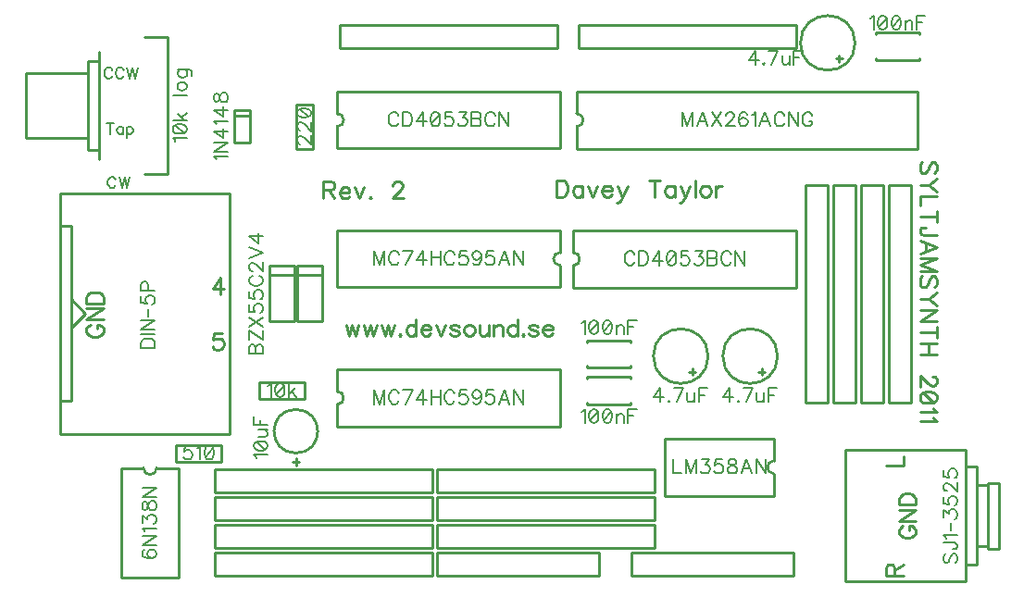
<source format=gbr>
G04 DipTrace 2.2.0.9*
%INTopSilk.gbr*%
%MOMM*%
%ADD10C,0.25*%
%ADD69C,0.196*%
%ADD70C,0.235*%
%ADD71C,0.157*%
%FSLAX53Y53*%
%SFA1B1*%
%OFA0B0*%
G04*
G71*
G90*
G75*
G01*
%LNTopSilk*%
%LPD*%
X46967Y20533D2*
D10*
Y20713D1*
Y22853D2*
Y23033D1*
X50965Y22853D2*
Y23033D1*
Y20533D2*
Y20713D1*
X46967Y23033D2*
X50965D1*
X46967Y20533D2*
X50965D1*
X53015Y21590D2*
G02X53015Y21590I2500J0D01*
G01*
X56555Y20450D2*
Y19850D1*
X56855Y20150D2*
X56255D1*
X46967Y17194D2*
Y17374D1*
Y19514D2*
Y19694D1*
X50965Y19514D2*
Y19694D1*
Y17194D2*
Y17374D1*
X46967Y19694D2*
X50965D1*
X46967Y17194D2*
X50965D1*
X59365Y21590D2*
G02X59365Y21590I2500J0D01*
G01*
X62905Y20450D2*
Y19850D1*
X63205Y20150D2*
X62605D1*
X66458Y50244D2*
G02X66458Y50244I2500J0D01*
G01*
X69998Y49104D2*
Y48504D1*
X70298Y48804D2*
X69698D1*
X77367Y51176D2*
Y50996D1*
Y48856D2*
Y48676D1*
X73369Y48856D2*
Y48676D1*
Y51176D2*
Y50996D1*
X77367Y48676D2*
X73369D1*
X77367Y51176D2*
X73369D1*
X20320Y16720D2*
G02X20320Y16720I0J-2000D01*
G01*
X20620Y11920D2*
X20020D1*
X20320Y11620D2*
Y12220D1*
X17900Y29887D2*
X20200D1*
Y24783D1*
X17900Y29039D2*
X20200D1*
X17900Y24783D2*
X20200D1*
X17900Y29887D2*
Y24783D1*
X20440Y29887D2*
X22740D1*
Y24783D1*
X20440Y29039D2*
X22740D1*
X20440Y24783D2*
X22740D1*
X20440Y29887D2*
Y24783D1*
X16129Y44073D2*
Y41163D1*
X14717Y44073D2*
Y41163D1*
X16129Y44073D2*
X14717D1*
Y41163D2*
X16129D1*
X16123Y43618D2*
X14723D1*
X33240Y3590D2*
X48040D1*
Y1490D1*
X33240D1*
Y3590D1*
X51020D2*
X65820D1*
Y1490D1*
X51020D1*
Y3590D1*
X46184Y51850D2*
X66084D1*
Y49750D1*
X46184D1*
Y51850D1*
X24340D2*
X44240D1*
Y49750D1*
X24340D1*
Y51850D1*
X70605Y985D2*
X81605D1*
Y12985D1*
X70605D1*
Y985D1*
X81605Y2485D2*
X82604D1*
Y11485D1*
X81605D1*
Y2485D1*
X83605Y3985D2*
X84605D1*
Y9985D1*
X83605D1*
Y3985D1*
X82604Y4185D2*
X83605D1*
Y9785D1*
X82604D1*
Y4185D1*
X-1230Y14480D2*
X14270D1*
Y36480D1*
X-1230D1*
Y14480D1*
Y17481D2*
X-229D1*
Y33479D1*
X-1230D1*
Y17481D1*
X1069Y25480D2*
X-229Y24180D1*
X1069Y25480D2*
X-229Y26780D1*
X17014Y19177D2*
Y17653D1*
X21086Y19177D2*
X17014D1*
X21086D2*
Y17653D1*
X17014D1*
X20383Y40570D2*
X21907D1*
X20383Y44642D2*
Y40570D1*
Y44642D2*
X21907D1*
Y40570D1*
X13466Y11938D2*
Y13462D1*
X9394Y11938D2*
X13466D1*
X9394D2*
Y13462D1*
X13466D1*
X33230Y11210D2*
X53130D1*
Y9110D1*
X33230D1*
Y11210D1*
X12910Y8670D2*
X32810D1*
Y6570D1*
X12910D1*
Y8670D1*
X33230D2*
X53130D1*
Y6570D1*
X33230D1*
Y8670D1*
X12910Y6130D2*
X32810D1*
Y4030D1*
X12910D1*
Y6130D1*
Y3590D2*
X32810D1*
Y1490D1*
X12910D1*
Y3590D1*
X64055Y8830D2*
X54055D1*
Y14030D2*
Y8830D1*
X64055Y14030D2*
X54055D1*
X64055D2*
Y12030D1*
Y8830D2*
Y10830D1*
Y12030D2*
G03X64055Y10830I0J-600D01*
G01*
X24090Y20370D2*
X44490D1*
Y15170D2*
Y20370D1*
X24090Y15170D2*
X44490D1*
X24090D2*
Y17170D1*
Y20370D2*
Y18370D1*
Y17170D2*
G03X24090Y18370I0J600D01*
G01*
X45995Y45780D2*
X77195D1*
Y40580D2*
Y45780D1*
X45995Y40580D2*
X77195D1*
X45995D2*
Y42580D1*
Y45780D2*
Y43780D1*
Y42580D2*
G03X45995Y43780I-1J600D01*
G01*
X12910Y11210D2*
X32810D1*
Y9110D1*
X12910D1*
Y11210D1*
X33230Y6130D2*
X53130D1*
Y4030D1*
X33230D1*
Y6130D1*
X71535Y37255D2*
X69435D1*
Y17355D1*
X71535D1*
Y37255D1*
X71975Y17355D2*
X74075D1*
Y37255D1*
X71975D1*
Y17355D1*
X66895D2*
X68995D1*
Y37255D1*
X66895D1*
Y17355D1*
X74515D2*
X76615D1*
Y37255D1*
X74515D1*
Y17355D1*
X24090Y45790D2*
X44490D1*
Y40590D2*
Y45790D1*
X24090Y40590D2*
X44490D1*
X24090D2*
Y42590D1*
Y45790D2*
Y43790D1*
Y42590D2*
G03X24090Y43790I0J600D01*
G01*
X44490Y27890D2*
X24090D1*
Y33090D2*
Y27890D1*
X44490Y33090D2*
X24090D1*
X44490D2*
Y31090D1*
Y27890D2*
Y29890D1*
Y31090D2*
G03X44490Y29890I0J-600D01*
G01*
X45680Y33070D2*
X66080D1*
Y27870D2*
Y33070D1*
X45680Y27870D2*
X66080D1*
X45680D2*
Y29870D1*
Y33070D2*
Y31070D1*
Y29870D2*
G03X45680Y31070I0J600D01*
G01*
X9585Y11350D2*
Y1350D1*
X4385D2*
X9585D1*
X4385Y11350D2*
Y1350D1*
Y11350D2*
X6385D1*
X9585D2*
X7585D1*
X6385D2*
G03X7585Y11350I600J0D01*
G01*
X8632Y38261D2*
X6507D1*
X8632Y50763D2*
X6457D1*
X8632Y38261D2*
Y50763D1*
X2357Y39612D2*
Y49412D1*
X1332Y41512D2*
X-4378D1*
Y47512D1*
X1332D1*
Y41512D1*
X2333Y40412D2*
X1332D1*
X2333Y48612D2*
X1332D1*
Y40412D2*
Y48612D1*
X46449Y24649D2*
D69*
X46571Y24710D1*
D2*
X46754Y24891D1*
D2*
Y23617D1*
X47511Y24891D2*
X47329Y24831D1*
D2*
X47206Y24649D1*
D2*
X47146Y24345D1*
D2*
Y24163D1*
D2*
X47206Y23860D1*
D2*
X47329Y23677D1*
D2*
X47511Y23617D1*
D2*
X47632D1*
D2*
X47814Y23677D1*
D2*
X47935Y23860D1*
D2*
X47997Y24163D1*
D2*
Y24345D1*
D2*
X47935Y24649D1*
D2*
X47814Y24831D1*
D2*
X47632Y24891D1*
D2*
X47511D1*
X47935Y24649D2*
X47206Y23860D1*
X48754Y24891D2*
X48572Y24831D1*
D2*
X48449Y24649D1*
D2*
X48389Y24345D1*
D2*
Y24163D1*
D2*
X48449Y23860D1*
D2*
X48572Y23677D1*
D2*
X48754Y23617D1*
D2*
X48875D1*
D2*
X49057Y23677D1*
D2*
X49178Y23860D1*
D2*
X49240Y24163D1*
D2*
Y24345D1*
D2*
X49178Y24649D1*
D2*
X49057Y24831D1*
D2*
X48875Y24891D1*
D2*
X48754D1*
X49178Y24649D2*
X48449Y23860D1*
X49632Y24468D2*
Y23617D1*
Y24225D2*
X49814Y24407D1*
D2*
X49937Y24468D1*
D2*
X50118D1*
D2*
X50240Y24407D1*
D2*
X50300Y24225D1*
D2*
Y23617D1*
X51483Y24893D2*
X50692D1*
D2*
Y23617D1*
Y24285D2*
X51178D1*
X53667Y17383D2*
Y18658D1*
D2*
X53059Y17809D1*
D2*
X53970D1*
X54423Y17505D2*
X54363Y17444D1*
D2*
X54423Y17383D1*
D2*
X54485Y17444D1*
D2*
X54423Y17505D1*
X55120Y17383D2*
X55728Y18658D1*
D2*
X54877D1*
X56120Y18234D2*
Y17626D1*
D2*
X56180Y17445D1*
D2*
X56302Y17383D1*
D2*
X56485D1*
D2*
X56605Y17445D1*
D2*
X56788Y17626D1*
Y18234D2*
Y17383D1*
X57970Y18659D2*
X57180D1*
D2*
Y17383D1*
Y18051D2*
X57666D1*
X46449Y16519D2*
X46571Y16581D1*
D2*
X46754Y16762D1*
D2*
Y15487D1*
X47511Y16762D2*
X47329Y16701D1*
D2*
X47206Y16519D1*
D2*
X47146Y16216D1*
D2*
Y16033D1*
D2*
X47206Y15730D1*
D2*
X47329Y15548D1*
D2*
X47511Y15487D1*
D2*
X47632D1*
D2*
X47814Y15548D1*
D2*
X47935Y15730D1*
D2*
X47997Y16033D1*
D2*
Y16216D1*
D2*
X47935Y16519D1*
D2*
X47814Y16701D1*
D2*
X47632Y16762D1*
D2*
X47511D1*
X47935Y16519D2*
X47206Y15730D1*
X48754Y16762D2*
X48572Y16701D1*
D2*
X48449Y16519D1*
D2*
X48389Y16216D1*
D2*
Y16033D1*
D2*
X48449Y15730D1*
D2*
X48572Y15548D1*
D2*
X48754Y15487D1*
D2*
X48875D1*
D2*
X49057Y15548D1*
D2*
X49178Y15730D1*
D2*
X49240Y16033D1*
D2*
Y16216D1*
D2*
X49178Y16519D1*
D2*
X49057Y16701D1*
D2*
X48875Y16762D1*
D2*
X48754D1*
X49178Y16519D2*
X48449Y15730D1*
X49632Y16338D2*
Y15487D1*
Y16095D2*
X49814Y16278D1*
D2*
X49937Y16338D1*
D2*
X50118D1*
D2*
X50240Y16278D1*
D2*
X50300Y16095D1*
D2*
Y15487D1*
X51483Y16763D2*
X50692D1*
D2*
Y15487D1*
Y16155D2*
X51178D1*
X60017Y17383D2*
Y18658D1*
D2*
X59409Y17809D1*
D2*
X60320D1*
X60773Y17505D2*
X60713Y17444D1*
D2*
X60773Y17383D1*
D2*
X60835Y17444D1*
D2*
X60773Y17505D1*
X61470Y17383D2*
X62078Y18658D1*
D2*
X61227D1*
X62470Y18234D2*
Y17626D1*
D2*
X62530Y17445D1*
D2*
X62652Y17383D1*
D2*
X62835D1*
D2*
X62955Y17445D1*
D2*
X63138Y17626D1*
Y18234D2*
Y17383D1*
X64320Y18659D2*
X63530D1*
D2*
Y17383D1*
Y18051D2*
X64016D1*
X62348Y48248D2*
Y49522D1*
D2*
X61740Y48673D1*
D2*
X62651D1*
X63104Y48370D2*
X63044Y48308D1*
D2*
X63104Y48248D1*
D2*
X63166Y48308D1*
D2*
X63104Y48370D1*
X63801Y48248D2*
X64409Y49522D1*
D2*
X63558D1*
X64801Y49098D2*
Y48491D1*
D2*
X64861Y48309D1*
D2*
X64983Y48248D1*
D2*
X65166D1*
D2*
X65286Y48309D1*
D2*
X65469Y48491D1*
Y49098D2*
Y48248D1*
X66651Y49524D2*
X65861D1*
D2*
Y48248D1*
Y48916D2*
X66347D1*
X72851Y52475D2*
X72973Y52536D1*
D2*
X73156Y52717D1*
D2*
Y51443D1*
X73913Y52717D2*
X73731Y52657D1*
D2*
X73608Y52475D1*
D2*
X73548Y52171D1*
D2*
Y51989D1*
D2*
X73608Y51686D1*
D2*
X73731Y51503D1*
D2*
X73913Y51443D1*
D2*
X74034D1*
D2*
X74216Y51503D1*
D2*
X74337Y51686D1*
D2*
X74399Y51989D1*
D2*
Y52171D1*
D2*
X74337Y52475D1*
D2*
X74216Y52657D1*
D2*
X74034Y52717D1*
D2*
X73913D1*
X74337Y52475D2*
X73608Y51686D1*
X75156Y52717D2*
X74974Y52657D1*
D2*
X74851Y52475D1*
D2*
X74791Y52171D1*
D2*
Y51989D1*
D2*
X74851Y51686D1*
D2*
X74974Y51503D1*
D2*
X75156Y51443D1*
D2*
X75277D1*
D2*
X75459Y51503D1*
D2*
X75580Y51686D1*
D2*
X75642Y51989D1*
D2*
Y52171D1*
D2*
X75580Y52475D1*
D2*
X75459Y52657D1*
D2*
X75277Y52717D1*
D2*
X75156D1*
X75580Y52475D2*
X74851Y51686D1*
X76034Y52294D2*
Y51443D1*
Y52051D2*
X76216Y52233D1*
D2*
X76339Y52294D1*
D2*
X76520D1*
D2*
X76642Y52233D1*
D2*
X76702Y52051D1*
D2*
Y51443D1*
X77885Y52719D2*
X77094D1*
D2*
Y51443D1*
Y52111D2*
X77580D1*
X16704Y12275D2*
X16643Y12397D1*
D2*
X16462Y12579D1*
D2*
X17736D1*
X16462Y13337D2*
X16522Y13154D1*
D2*
X16704Y13032D1*
D2*
X17008Y12972D1*
D2*
X17190D1*
D2*
X17493Y13032D1*
D2*
X17676Y13154D1*
D2*
X17736Y13337D1*
D2*
Y13457D1*
D2*
X17676Y13640D1*
D2*
X17493Y13761D1*
D2*
X17190Y13822D1*
D2*
X17008D1*
D2*
X16704Y13761D1*
D2*
X16522Y13640D1*
D2*
X16462Y13457D1*
D2*
Y13337D1*
X16704Y13761D2*
X17493Y13032D1*
X16886Y14214D2*
X17493D1*
D2*
X17674Y14275D1*
D2*
X17736Y14397D1*
D2*
Y14579D1*
D2*
X17674Y14700D1*
D2*
X17493Y14883D1*
X16886D2*
X17736D1*
X16460Y16065D2*
Y15275D1*
D2*
X17736D1*
X17068D2*
Y15761D1*
X16040Y21817D2*
X17316D1*
D2*
Y22365D1*
D2*
X17254Y22547D1*
D2*
X17194Y22608D1*
D2*
X17073Y22668D1*
D2*
X16891D1*
D2*
X16769Y22608D1*
D2*
X16708Y22547D1*
D2*
X16648Y22365D1*
D2*
X16586Y22547D1*
D2*
X16526Y22608D1*
D2*
X16405Y22668D1*
D2*
X16283D1*
D2*
X16162Y22608D1*
D2*
X16101Y22547D1*
D2*
X16040Y22365D1*
D2*
Y21817D1*
X16648D2*
Y22365D1*
X16040Y23060D2*
Y23911D1*
D2*
X17316Y23060D1*
D2*
Y23911D1*
X16040Y24303D2*
X17316Y25154D1*
X16040D2*
X17316Y24303D1*
X16042Y26275D2*
Y25668D1*
D2*
X16588Y25608D1*
D2*
X16527Y25668D1*
D2*
X16466Y25851D1*
D2*
Y26032D1*
D2*
X16527Y26214D1*
D2*
X16648Y26336D1*
D2*
X16830Y26397D1*
D2*
X16951D1*
D2*
X17134Y26336D1*
D2*
X17256Y26214D1*
D2*
X17316Y26032D1*
D2*
Y25851D1*
D2*
X17256Y25668D1*
D2*
X17194Y25608D1*
D2*
X17073Y25546D1*
X16042Y27518D2*
Y26911D1*
D2*
X16588Y26851D1*
D2*
X16527Y26911D1*
D2*
X16466Y27094D1*
D2*
Y27275D1*
D2*
X16527Y27457D1*
D2*
X16648Y27579D1*
D2*
X16830Y27640D1*
D2*
X16951D1*
D2*
X17134Y27579D1*
D2*
X17256Y27457D1*
D2*
X17316Y27275D1*
D2*
Y27094D1*
D2*
X17256Y26911D1*
D2*
X17194Y26851D1*
D2*
X17073Y26789D1*
X16343Y28943D2*
X16223Y28883D1*
D2*
X16101Y28760D1*
D2*
X16040Y28640D1*
D2*
Y28397D1*
D2*
X16101Y28275D1*
D2*
X16223Y28154D1*
D2*
X16343Y28092D1*
D2*
X16526Y28032D1*
D2*
X16830D1*
D2*
X17012Y28092D1*
D2*
X17134Y28154D1*
D2*
X17254Y28275D1*
D2*
X17316Y28397D1*
D2*
Y28640D1*
D2*
X17254Y28760D1*
D2*
X17134Y28883D1*
D2*
X17012Y28943D1*
X16345Y29397D2*
X16284D1*
D2*
X16162Y29457D1*
D2*
X16102Y29518D1*
D2*
X16042Y29640D1*
D2*
Y29883D1*
D2*
X16102Y30003D1*
D2*
X16162Y30064D1*
D2*
X16284Y30125D1*
D2*
X16405D1*
D2*
X16527Y30064D1*
D2*
X16708Y29943D1*
D2*
X17316Y29335D1*
D2*
Y30186D1*
X16040Y30578D2*
X17316Y31064D1*
D2*
X16040Y31549D1*
X17316Y32549D2*
X16042D1*
D2*
X16891Y31942D1*
D2*
Y32853D1*
X13057Y39572D2*
X12996Y39694D1*
D2*
X12815Y39876D1*
D2*
X14089D1*
X12813Y41119D2*
X14089D1*
D2*
X12813Y40269D1*
D2*
X14089D1*
Y42119D2*
X12815D1*
D2*
X13664Y41512D1*
D2*
Y42423D1*
X13057Y42815D2*
X12996Y42937D1*
D2*
X12815Y43119D1*
D2*
X14089D1*
Y44119D2*
X12815D1*
D2*
X13664Y43512D1*
D2*
Y44423D1*
X12815Y45118D2*
X12875Y44937D1*
D2*
X12996Y44875D1*
D2*
X13118D1*
D2*
X13239Y44937D1*
D2*
X13300Y45058D1*
D2*
X13361Y45301D1*
D2*
X13421Y45483D1*
D2*
X13543Y45604D1*
D2*
X13664Y45664D1*
D2*
X13846D1*
D2*
X13967Y45604D1*
D2*
X14029Y45543D1*
D2*
X14089Y45361D1*
D2*
Y45118D1*
D2*
X14029Y44937D1*
D2*
X13967Y44875D1*
D2*
X13846Y44815D1*
D2*
X13664D1*
D2*
X13543Y44875D1*
D2*
X13421Y44997D1*
D2*
X13361Y45178D1*
D2*
X13300Y45421D1*
D2*
X13238Y45543D1*
D2*
X13118Y45604D1*
D2*
X12996D1*
D2*
X12875Y45543D1*
D2*
X12815Y45361D1*
D2*
Y45118D1*
X79723Y3529D2*
X79601Y3408D1*
D2*
X79540Y3226D1*
D2*
Y2983D1*
D2*
X79600Y2801D1*
D2*
X79723Y2678D1*
D2*
X79843D1*
D2*
X79965Y2740D1*
D2*
X80026Y2801D1*
D2*
X80086Y2921D1*
D2*
X80208Y3286D1*
D2*
X80269Y3408D1*
D2*
X80331Y3469D1*
D2*
X80451Y3529D1*
D2*
X80634D1*
D2*
X80754Y3408D1*
D2*
X80816Y3226D1*
D2*
Y2983D1*
D2*
X80754Y2801D1*
D2*
X80634Y2678D1*
X79540Y4529D2*
X80512D1*
D2*
X80694Y4469D1*
D2*
X80754Y4407D1*
D2*
X80816Y4286D1*
D2*
Y4164D1*
D2*
X80754Y4043D1*
D2*
X80694Y3983D1*
D2*
X80512Y3921D1*
D2*
X80391D1*
X79784Y4921D2*
X79723Y5043D1*
D2*
X79542Y5226D1*
D2*
X80816D1*
X80179Y5618D2*
Y6320D1*
X79542Y6834D2*
Y7501D1*
D2*
X80027Y7138D1*
D2*
Y7320D1*
D2*
X80088Y7441D1*
D2*
X80148Y7501D1*
D2*
X80330Y7563D1*
D2*
X80451D1*
D2*
X80634Y7501D1*
D2*
X80756Y7380D1*
D2*
X80816Y7198D1*
D2*
Y7015D1*
D2*
X80756Y6834D1*
D2*
X80694Y6774D1*
D2*
X80573Y6712D1*
X79542Y8684D2*
Y8077D1*
D2*
X80088Y8017D1*
D2*
X80027Y8077D1*
D2*
X79966Y8260D1*
D2*
X79965Y8441D1*
D2*
X80027Y8623D1*
D2*
X80148Y8745D1*
D2*
X80330Y8806D1*
D2*
X80451D1*
D2*
X80634Y8745D1*
D2*
X80756Y8623D1*
D2*
X80816Y8441D1*
D2*
Y8260D1*
D2*
X80756Y8077D1*
D2*
X80694Y8017D1*
D2*
X80573Y7955D1*
X79845Y9260D2*
X79784D1*
D2*
X79662Y9320D1*
D2*
X79602Y9380D1*
D2*
X79542Y9503D1*
D2*
Y9745D1*
D2*
X79602Y9866D1*
D2*
X79662Y9927D1*
D2*
X79784Y9988D1*
D2*
X79905D1*
D2*
X80027Y9927D1*
D2*
X80208Y9806D1*
D2*
X80816Y9198D1*
D2*
Y10049D1*
X79542Y11169D2*
Y10563D1*
D2*
X80088Y10503D1*
D2*
X80027Y10563D1*
D2*
X79965Y10745D1*
D2*
Y10927D1*
D2*
X80027Y11109D1*
D2*
X80148Y11231D1*
D2*
X80330Y11292D1*
D2*
X80451D1*
D2*
X80634Y11231D1*
D2*
X80756Y11109D1*
D2*
X80816Y10927D1*
D2*
Y10745D1*
D2*
X80756Y10563D1*
D2*
X80694Y10503D1*
D2*
X80573Y10441D1*
X6155Y22352D2*
X7432D1*
D2*
Y22778D1*
D2*
X7370Y22960D1*
D2*
X7249Y23082D1*
D2*
X7127Y23143D1*
D2*
X6946Y23203D1*
D2*
X6641D1*
D2*
X6459Y23143D1*
D2*
X6338Y23082D1*
D2*
X6216Y22960D1*
D2*
X6155Y22778D1*
D2*
Y22352D1*
Y23595D2*
X7432D1*
X6155Y24838D2*
X7432D1*
D2*
X6155Y23987D1*
D2*
X7432D1*
X6794Y25230D2*
Y25932D1*
X6157Y27053D2*
Y26446D1*
D2*
X6703Y26386D1*
D2*
X6643Y26446D1*
D2*
X6581Y26629D1*
D2*
Y26810D1*
D2*
X6643Y26992D1*
D2*
X6763Y27115D1*
D2*
X6946Y27175D1*
D2*
X7067D1*
D2*
X7249Y27115D1*
D2*
X7371Y26992D1*
D2*
X7432Y26810D1*
D2*
Y26629D1*
D2*
X7371Y26446D1*
D2*
X7309Y26386D1*
D2*
X7189Y26324D1*
X6824Y27567D2*
Y28115D1*
D2*
X6763Y28296D1*
D2*
X6702Y28357D1*
D2*
X6581Y28418D1*
D2*
X6398D1*
D2*
X6278Y28357D1*
D2*
X6216Y28296D1*
D2*
X6155Y28115D1*
D2*
Y27567D1*
D2*
X7432D1*
X17746Y18885D2*
X17868Y18947D1*
D2*
X18051Y19128D1*
D2*
Y17853D1*
X18808Y19128D2*
X18625Y19068D1*
D2*
X18503Y18885D1*
D2*
X18443Y18582D1*
D2*
Y18400D1*
D2*
X18503Y18096D1*
D2*
X18625Y17914D1*
D2*
X18808Y17853D1*
D2*
X18929D1*
D2*
X19111Y17914D1*
D2*
X19232Y18096D1*
D2*
X19294Y18400D1*
D2*
Y18582D1*
D2*
X19232Y18885D1*
D2*
X19111Y19068D1*
D2*
X18929Y19128D1*
D2*
X18808D1*
X19232Y18885D2*
X18503Y18096D1*
X19686Y19130D2*
Y17853D1*
X20294Y18704D2*
X19686Y18096D1*
X19929Y18339D2*
X20354Y17853D1*
X20735Y41000D2*
X20675D1*
D2*
X20553Y41060D1*
D2*
X20492Y41120D1*
D2*
X20432Y41242D1*
D2*
Y41485D1*
D2*
X20492Y41606D1*
D2*
X20553Y41666D1*
D2*
X20675Y41728D1*
D2*
X20795D1*
D2*
X20918Y41666D1*
D2*
X21099Y41546D1*
D2*
X21707Y40938D1*
D2*
Y41788D1*
X20735Y42242D2*
X20675D1*
D2*
X20553Y42303D1*
D2*
X20492Y42363D1*
D2*
X20432Y42485D1*
D2*
Y42728D1*
D2*
X20492Y42849D1*
D2*
X20553Y42909D1*
D2*
X20675Y42971D1*
D2*
X20795D1*
D2*
X20918Y42909D1*
D2*
X21099Y42789D1*
D2*
X21707Y42181D1*
D2*
Y43031D1*
X20432Y43789D2*
X20492Y43606D1*
D2*
X20675Y43484D1*
D2*
X20978Y43424D1*
D2*
X21160D1*
D2*
X21464Y43484D1*
D2*
X21646Y43606D1*
D2*
X21707Y43789D1*
D2*
Y43909D1*
D2*
X21646Y44092D1*
D2*
X21464Y44212D1*
D2*
X21160Y44274D1*
D2*
X20978D1*
D2*
X20675Y44212D1*
D2*
X20492Y44092D1*
D2*
X20432Y43909D1*
D2*
Y43789D1*
X20675Y44212D2*
X21464Y43484D1*
X10763Y13413D2*
X10157D1*
D2*
X10097Y12867D1*
D2*
X10157Y12927D1*
D2*
X10339Y12989D1*
D2*
X10521D1*
D2*
X10703Y12927D1*
D2*
X10825Y12807D1*
D2*
X10886Y12624D1*
D2*
Y12503D1*
D2*
X10825Y12321D1*
D2*
X10703Y12199D1*
D2*
X10521Y12138D1*
D2*
X10339D1*
D2*
X10157Y12199D1*
D2*
X10097Y12261D1*
D2*
X10035Y12381D1*
X11278Y13170D2*
X11400Y13232D1*
D2*
X11582Y13413D1*
D2*
Y12138D1*
X12339Y13413D2*
X12157Y13353D1*
D2*
X12035Y13170D1*
D2*
X11974Y12867D1*
D2*
Y12685D1*
D2*
X12035Y12381D1*
D2*
X12157Y12199D1*
D2*
X12339Y12138D1*
D2*
X12460D1*
D2*
X12643Y12199D1*
D2*
X12763Y12381D1*
D2*
X12825Y12685D1*
D2*
Y12867D1*
D2*
X12763Y13170D1*
D2*
X12643Y13353D1*
D2*
X12460Y13413D1*
D2*
X12339D1*
X12763Y13170D2*
X12035Y12381D1*
X54841Y12145D2*
Y10868D1*
D2*
X55570D1*
X56934D2*
Y12145D1*
D2*
X56448Y10868D1*
D2*
X55962Y12145D1*
D2*
Y10868D1*
X57448Y12143D2*
X58115D1*
D2*
X57751Y11657D1*
D2*
X57934D1*
D2*
X58054Y11597D1*
D2*
X58115Y11537D1*
D2*
X58176Y11354D1*
D2*
Y11233D1*
D2*
X58115Y11051D1*
D2*
X57994Y10929D1*
D2*
X57811Y10868D1*
D2*
X57629D1*
D2*
X57448Y10929D1*
D2*
X57387Y10991D1*
D2*
X57326Y11111D1*
X59297Y12143D2*
X58691D1*
D2*
X58630Y11597D1*
D2*
X58691Y11657D1*
D2*
X58873Y11719D1*
D2*
X59054D1*
D2*
X59237Y11657D1*
D2*
X59359Y11537D1*
D2*
X59419Y11354D1*
D2*
Y11233D1*
D2*
X59359Y11051D1*
D2*
X59237Y10929D1*
D2*
X59054Y10868D1*
D2*
X58873D1*
D2*
X58691Y10929D1*
D2*
X58630Y10991D1*
D2*
X58569Y11111D1*
X60115Y12143D2*
X59934Y12083D1*
D2*
X59872Y11962D1*
D2*
Y11840D1*
D2*
X59934Y11719D1*
D2*
X60054Y11657D1*
D2*
X60297Y11597D1*
D2*
X60480Y11537D1*
D2*
X60600Y11415D1*
D2*
X60661Y11294D1*
D2*
Y11111D1*
D2*
X60600Y10991D1*
D2*
X60540Y10929D1*
D2*
X60358Y10868D1*
D2*
X60115D1*
D2*
X59934Y10929D1*
D2*
X59872Y10991D1*
D2*
X59811Y11111D1*
D2*
Y11294D1*
D2*
X59872Y11415D1*
D2*
X59994Y11537D1*
D2*
X60175Y11597D1*
D2*
X60418Y11657D1*
D2*
X60540Y11719D1*
D2*
X60600Y11840D1*
D2*
Y11962D1*
D2*
X60540Y12083D1*
D2*
X60358Y12143D1*
D2*
X60115D1*
X62026Y10868D2*
X61539Y12145D1*
D2*
X61053Y10868D1*
X61235Y11294D2*
X61843D1*
X63269Y12145D2*
Y10868D1*
D2*
X62418Y12145D1*
D2*
Y10868D1*
X28440Y17208D2*
Y18485D1*
D2*
X27954Y17208D1*
D2*
X27468Y18485D1*
D2*
Y17208D1*
X29743Y18181D2*
X29683Y18302D1*
D2*
X29561Y18424D1*
D2*
X29440Y18485D1*
D2*
X29197D1*
D2*
X29075Y18424D1*
D2*
X28954Y18302D1*
D2*
X28892Y18181D1*
D2*
X28832Y17999D1*
D2*
Y17694D1*
D2*
X28892Y17513D1*
D2*
X28954Y17391D1*
D2*
X29075Y17270D1*
D2*
X29197Y17208D1*
D2*
X29440D1*
D2*
X29561Y17270D1*
D2*
X29683Y17391D1*
D2*
X29743Y17513D1*
X30378Y17208D2*
X30986Y18483D1*
D2*
X30135D1*
X31986Y17208D2*
Y18483D1*
D2*
X31378Y17634D1*
D2*
X32289D1*
X32681Y18485D2*
Y17208D1*
X33532Y18485D2*
Y17208D1*
X32681Y17877D2*
X33532D1*
X34835Y18181D2*
X34775Y18302D1*
D2*
X34653Y18424D1*
D2*
X34532Y18485D1*
D2*
X34289D1*
D2*
X34167Y18424D1*
D2*
X34046Y18302D1*
D2*
X33985Y18181D1*
D2*
X33924Y17999D1*
D2*
Y17694D1*
D2*
X33985Y17513D1*
D2*
X34046Y17391D1*
D2*
X34167Y17270D1*
D2*
X34289Y17208D1*
D2*
X34532D1*
D2*
X34653Y17270D1*
D2*
X34775Y17391D1*
D2*
X34835Y17513D1*
X35956Y18483D2*
X35350D1*
D2*
X35289Y17937D1*
D2*
X35350Y17997D1*
D2*
X35532Y18059D1*
D2*
X35713D1*
D2*
X35896Y17997D1*
D2*
X36018Y17877D1*
D2*
X36078Y17694D1*
D2*
Y17573D1*
D2*
X36018Y17391D1*
D2*
X35896Y17269D1*
D2*
X35713Y17208D1*
D2*
X35532D1*
D2*
X35350Y17269D1*
D2*
X35289Y17331D1*
D2*
X35228Y17451D1*
X37261Y18059D2*
X37199Y17877D1*
D2*
X37078Y17755D1*
D2*
X36896Y17694D1*
D2*
X36835D1*
D2*
X36653Y17755D1*
D2*
X36532Y17877D1*
D2*
X36470Y18059D1*
D2*
Y18120D1*
D2*
X36532Y18302D1*
D2*
X36653Y18423D1*
D2*
X36835Y18483D1*
D2*
X36896D1*
D2*
X37078Y18423D1*
D2*
X37199Y18302D1*
D2*
X37261Y18059D1*
D2*
Y17755D1*
D2*
X37199Y17451D1*
D2*
X37078Y17269D1*
D2*
X36896Y17208D1*
D2*
X36775D1*
D2*
X36593Y17269D1*
D2*
X36532Y17391D1*
X38382Y18483D2*
X37775D1*
D2*
X37715Y17937D1*
D2*
X37775Y17997D1*
D2*
X37958Y18059D1*
D2*
X38139D1*
D2*
X38321Y17997D1*
D2*
X38443Y17877D1*
D2*
X38504Y17694D1*
D2*
Y17573D1*
D2*
X38443Y17391D1*
D2*
X38321Y17269D1*
D2*
X38139Y17208D1*
D2*
X37958D1*
D2*
X37775Y17269D1*
D2*
X37715Y17331D1*
D2*
X37653Y17451D1*
X39869Y17208D2*
X39382Y18485D1*
D2*
X38896Y17208D1*
X39078Y17634D2*
X39686D1*
X41112Y18485D2*
Y17208D1*
D2*
X40261Y18485D1*
D2*
Y17208D1*
X56609Y42618D2*
Y43895D1*
D2*
X56123Y42618D1*
D2*
X55638Y43895D1*
D2*
Y42618D1*
X57974D2*
X57487Y43895D1*
D2*
X57001Y42618D1*
X57184Y43044D2*
X57792D1*
X58366Y43895D2*
X59217Y42618D1*
Y43895D2*
X58366Y42618D1*
X59671Y43590D2*
Y43650D1*
D2*
X59731Y43772D1*
D2*
X59792Y43833D1*
D2*
X59914Y43893D1*
D2*
X60157D1*
D2*
X60277Y43833D1*
D2*
X60338Y43772D1*
D2*
X60400Y43650D1*
D2*
Y43530D1*
D2*
X60338Y43407D1*
D2*
X60217Y43226D1*
D2*
X59609Y42618D1*
D2*
X60460D1*
X61581Y43712D2*
X61520Y43833D1*
D2*
X61338Y43893D1*
D2*
X61217D1*
D2*
X61035Y43833D1*
D2*
X60912Y43650D1*
D2*
X60852Y43347D1*
D2*
Y43044D1*
D2*
X60912Y42801D1*
D2*
X61035Y42679D1*
D2*
X61217Y42618D1*
D2*
X61277D1*
D2*
X61459Y42679D1*
D2*
X61581Y42801D1*
D2*
X61641Y42983D1*
D2*
Y43044D1*
D2*
X61581Y43226D1*
D2*
X61459Y43347D1*
D2*
X61277Y43407D1*
D2*
X61217D1*
D2*
X61035Y43347D1*
D2*
X60912Y43226D1*
D2*
X60852Y43044D1*
X62033Y43650D2*
X62155Y43712D1*
D2*
X62338Y43893D1*
D2*
Y42618D1*
X63703D2*
X63216Y43895D1*
D2*
X62730Y42618D1*
X62913Y43044D2*
X63520D1*
X65006Y43591D2*
X64946Y43712D1*
D2*
X64824Y43834D1*
D2*
X64703Y43895D1*
D2*
X64460D1*
D2*
X64338Y43834D1*
D2*
X64217Y43712D1*
D2*
X64155Y43591D1*
D2*
X64095Y43409D1*
D2*
Y43104D1*
D2*
X64155Y42923D1*
D2*
X64217Y42801D1*
D2*
X64338Y42680D1*
D2*
X64460Y42618D1*
D2*
X64703D1*
D2*
X64824Y42680D1*
D2*
X64946Y42801D1*
D2*
X65006Y42923D1*
X66249Y43895D2*
Y42618D1*
D2*
X65398Y43895D1*
D2*
Y42618D1*
X67552Y43591D2*
X67492Y43712D1*
D2*
X67370Y43834D1*
D2*
X67249Y43895D1*
D2*
X67006D1*
D2*
X66884Y43834D1*
D2*
X66763Y43712D1*
D2*
X66702Y43591D1*
D2*
X66641Y43409D1*
D2*
Y43104D1*
D2*
X66702Y42923D1*
D2*
X66763Y42801D1*
D2*
X66884Y42680D1*
D2*
X67006Y42618D1*
D2*
X67249D1*
D2*
X67370Y42680D1*
D2*
X67492Y42801D1*
D2*
X67552Y42923D1*
D2*
Y43104D1*
D2*
X67249D1*
X29714Y43601D2*
X29653Y43722D1*
D2*
X29531Y43844D1*
D2*
X29410Y43905D1*
D2*
X29168D1*
D2*
X29045Y43844D1*
D2*
X28925Y43722D1*
D2*
X28863Y43601D1*
D2*
X28803Y43419D1*
D2*
Y43114D1*
D2*
X28863Y42933D1*
D2*
X28925Y42811D1*
D2*
X29045Y42690D1*
D2*
X29168Y42628D1*
D2*
X29410D1*
D2*
X29531Y42690D1*
D2*
X29653Y42811D1*
D2*
X29714Y42933D1*
X30106Y43905D2*
Y42628D1*
D2*
X30531D1*
D2*
X30714Y42690D1*
D2*
X30836Y42811D1*
D2*
X30896Y42933D1*
D2*
X30957Y43114D1*
D2*
Y43419D1*
D2*
X30896Y43601D1*
D2*
X30836Y43722D1*
D2*
X30714Y43844D1*
D2*
X30531Y43905D1*
D2*
X30106D1*
X31957Y42628D2*
Y43903D1*
D2*
X31349Y43054D1*
D2*
X32260D1*
X33017Y43903D2*
X32834Y43843D1*
D2*
X32712Y43660D1*
D2*
X32652Y43357D1*
D2*
Y43175D1*
D2*
X32712Y42871D1*
D2*
X32834Y42689D1*
D2*
X33017Y42628D1*
D2*
X33138D1*
D2*
X33320Y42689D1*
D2*
X33441Y42871D1*
D2*
X33503Y43175D1*
D2*
Y43357D1*
D2*
X33441Y43660D1*
D2*
X33320Y43843D1*
D2*
X33138Y43903D1*
D2*
X33017D1*
X33441Y43660D2*
X32712Y42871D1*
X34623Y43903D2*
X34017D1*
D2*
X33957Y43357D1*
D2*
X34017Y43417D1*
D2*
X34199Y43479D1*
D2*
X34381D1*
D2*
X34563Y43417D1*
D2*
X34685Y43297D1*
D2*
X34746Y43114D1*
D2*
Y42993D1*
D2*
X34685Y42811D1*
D2*
X34563Y42689D1*
D2*
X34381Y42628D1*
D2*
X34199D1*
D2*
X34017Y42689D1*
D2*
X33957Y42751D1*
D2*
X33895Y42871D1*
X35260Y43903D2*
X35927D1*
D2*
X35563Y43417D1*
D2*
X35746D1*
D2*
X35866Y43357D1*
D2*
X35927Y43297D1*
D2*
X35988Y43114D1*
D2*
Y42993D1*
D2*
X35927Y42811D1*
D2*
X35806Y42689D1*
D2*
X35623Y42628D1*
D2*
X35441D1*
D2*
X35260Y42689D1*
D2*
X35199Y42751D1*
D2*
X35138Y42871D1*
X36381Y43905D2*
Y42628D1*
D2*
X36928D1*
D2*
X37111Y42690D1*
D2*
X37171Y42751D1*
D2*
X37231Y42871D1*
D2*
Y43054D1*
D2*
X37171Y43176D1*
D2*
X37111Y43236D1*
D2*
X36928Y43297D1*
D2*
X37111Y43358D1*
D2*
X37171Y43419D1*
D2*
X37231Y43540D1*
D2*
Y43662D1*
D2*
X37171Y43782D1*
D2*
X37111Y43844D1*
D2*
X36928Y43905D1*
D2*
X36381D1*
Y43297D2*
X36928D1*
X38535Y43601D2*
X38474Y43722D1*
D2*
X38352Y43844D1*
D2*
X38231Y43905D1*
D2*
X37988D1*
D2*
X37866Y43844D1*
D2*
X37746Y43722D1*
D2*
X37684Y43601D1*
D2*
X37623Y43419D1*
D2*
Y43114D1*
D2*
X37684Y42933D1*
D2*
X37746Y42811D1*
D2*
X37866Y42690D1*
D2*
X37988Y42628D1*
D2*
X38231D1*
D2*
X38352Y42690D1*
D2*
X38474Y42811D1*
D2*
X38535Y42933D1*
X39777Y43905D2*
Y42628D1*
D2*
X38927Y43905D1*
D2*
Y42628D1*
X28440Y29928D2*
Y31205D1*
D2*
X27954Y29928D1*
D2*
X27468Y31205D1*
D2*
Y29928D1*
X29743Y30901D2*
X29683Y31022D1*
D2*
X29561Y31144D1*
D2*
X29440Y31205D1*
D2*
X29197D1*
D2*
X29075Y31144D1*
D2*
X28954Y31022D1*
D2*
X28892Y30901D1*
D2*
X28832Y30719D1*
D2*
Y30414D1*
D2*
X28892Y30233D1*
D2*
X28954Y30111D1*
D2*
X29075Y29990D1*
D2*
X29197Y29928D1*
D2*
X29440D1*
D2*
X29561Y29990D1*
D2*
X29683Y30111D1*
D2*
X29743Y30233D1*
X30378Y29928D2*
X30986Y31203D1*
D2*
X30135D1*
X31986Y29928D2*
Y31203D1*
D2*
X31378Y30354D1*
D2*
X32289D1*
X32681Y31205D2*
Y29928D1*
X33532Y31205D2*
Y29928D1*
X32681Y30597D2*
X33532D1*
X34835Y30901D2*
X34775Y31022D1*
D2*
X34653Y31144D1*
D2*
X34532Y31205D1*
D2*
X34289D1*
D2*
X34167Y31144D1*
D2*
X34046Y31022D1*
D2*
X33985Y30901D1*
D2*
X33924Y30719D1*
D2*
Y30414D1*
D2*
X33985Y30233D1*
D2*
X34046Y30111D1*
D2*
X34167Y29990D1*
D2*
X34289Y29928D1*
D2*
X34532D1*
D2*
X34653Y29990D1*
D2*
X34775Y30111D1*
D2*
X34835Y30233D1*
X35956Y31203D2*
X35350D1*
D2*
X35289Y30657D1*
D2*
X35350Y30717D1*
D2*
X35532Y30779D1*
D2*
X35713D1*
D2*
X35896Y30717D1*
D2*
X36018Y30597D1*
D2*
X36078Y30414D1*
D2*
Y30293D1*
D2*
X36018Y30111D1*
D2*
X35896Y29989D1*
D2*
X35713Y29928D1*
D2*
X35532D1*
D2*
X35350Y29989D1*
D2*
X35289Y30051D1*
D2*
X35228Y30171D1*
X37261Y30779D2*
X37199Y30597D1*
D2*
X37078Y30475D1*
D2*
X36896Y30414D1*
D2*
X36835D1*
D2*
X36653Y30475D1*
D2*
X36532Y30597D1*
D2*
X36470Y30779D1*
D2*
Y30840D1*
D2*
X36532Y31022D1*
D2*
X36653Y31143D1*
D2*
X36835Y31203D1*
D2*
X36896D1*
D2*
X37078Y31143D1*
D2*
X37199Y31022D1*
D2*
X37261Y30779D1*
D2*
Y30475D1*
D2*
X37199Y30171D1*
D2*
X37078Y29989D1*
D2*
X36896Y29928D1*
D2*
X36775D1*
D2*
X36593Y29989D1*
D2*
X36532Y30111D1*
X38382Y31203D2*
X37775D1*
D2*
X37715Y30657D1*
D2*
X37775Y30717D1*
D2*
X37958Y30779D1*
D2*
X38139D1*
D2*
X38321Y30717D1*
D2*
X38443Y30597D1*
D2*
X38504Y30414D1*
D2*
Y30293D1*
D2*
X38443Y30111D1*
D2*
X38321Y29989D1*
D2*
X38139Y29928D1*
D2*
X37958D1*
D2*
X37775Y29989D1*
D2*
X37715Y30051D1*
D2*
X37653Y30171D1*
X39869Y29928D2*
X39382Y31205D1*
D2*
X38896Y29928D1*
X39078Y30354D2*
X39686D1*
X41112Y31205D2*
Y29928D1*
D2*
X40261Y31205D1*
D2*
Y29928D1*
X51304Y30881D2*
X51243Y31002D1*
D2*
X51121Y31124D1*
D2*
X51000Y31185D1*
D2*
X50758D1*
D2*
X50635Y31124D1*
D2*
X50515Y31002D1*
D2*
X50453Y30881D1*
D2*
X50393Y30699D1*
D2*
Y30394D1*
D2*
X50453Y30213D1*
D2*
X50515Y30091D1*
D2*
X50635Y29970D1*
D2*
X50758Y29908D1*
D2*
X51000D1*
D2*
X51121Y29970D1*
D2*
X51243Y30091D1*
D2*
X51304Y30213D1*
X51696Y31185D2*
Y29908D1*
D2*
X52121D1*
D2*
X52304Y29970D1*
D2*
X52426Y30091D1*
D2*
X52486Y30213D1*
D2*
X52547Y30394D1*
D2*
Y30699D1*
D2*
X52486Y30881D1*
D2*
X52426Y31002D1*
D2*
X52304Y31124D1*
D2*
X52121Y31185D1*
D2*
X51696D1*
X53547Y29908D2*
Y31183D1*
D2*
X52939Y30334D1*
D2*
X53850D1*
X54607Y31183D2*
X54424Y31123D1*
D2*
X54302Y30940D1*
D2*
X54242Y30637D1*
D2*
Y30455D1*
D2*
X54302Y30151D1*
D2*
X54424Y29969D1*
D2*
X54607Y29908D1*
D2*
X54728D1*
D2*
X54910Y29969D1*
D2*
X55031Y30151D1*
D2*
X55093Y30455D1*
D2*
Y30637D1*
D2*
X55031Y30940D1*
D2*
X54910Y31123D1*
D2*
X54728Y31183D1*
D2*
X54607D1*
X55031Y30940D2*
X54302Y30151D1*
X56213Y31183D2*
X55607D1*
D2*
X55547Y30637D1*
D2*
X55607Y30697D1*
D2*
X55789Y30759D1*
D2*
X55971D1*
D2*
X56153Y30697D1*
D2*
X56275Y30577D1*
D2*
X56336Y30394D1*
D2*
Y30273D1*
D2*
X56275Y30091D1*
D2*
X56153Y29969D1*
D2*
X55971Y29908D1*
D2*
X55789D1*
D2*
X55607Y29969D1*
D2*
X55547Y30031D1*
D2*
X55485Y30151D1*
X56850Y31183D2*
X57517D1*
D2*
X57153Y30697D1*
D2*
X57336D1*
D2*
X57456Y30637D1*
D2*
X57517Y30577D1*
D2*
X57578Y30394D1*
D2*
Y30273D1*
D2*
X57517Y30091D1*
D2*
X57396Y29969D1*
D2*
X57213Y29908D1*
D2*
X57031D1*
D2*
X56850Y29969D1*
D2*
X56789Y30031D1*
D2*
X56728Y30151D1*
X57971Y31185D2*
Y29908D1*
D2*
X58518D1*
D2*
X58701Y29970D1*
D2*
X58761Y30031D1*
D2*
X58821Y30151D1*
D2*
Y30334D1*
D2*
X58761Y30456D1*
D2*
X58701Y30516D1*
D2*
X58518Y30577D1*
D2*
X58701Y30638D1*
D2*
X58761Y30699D1*
D2*
X58821Y30820D1*
D2*
Y30942D1*
D2*
X58761Y31062D1*
D2*
X58701Y31124D1*
D2*
X58518Y31185D1*
D2*
X57971D1*
Y30577D2*
X58518D1*
X60125Y30881D2*
X60064Y31002D1*
D2*
X59942Y31124D1*
D2*
X59821Y31185D1*
D2*
X59578D1*
D2*
X59456Y31124D1*
D2*
X59336Y31002D1*
D2*
X59274Y30881D1*
D2*
X59213Y30699D1*
D2*
Y30394D1*
D2*
X59274Y30213D1*
D2*
X59336Y30091D1*
D2*
X59456Y29970D1*
D2*
X59578Y29908D1*
D2*
X59821D1*
D2*
X59942Y29970D1*
D2*
X60064Y30091D1*
D2*
X60125Y30213D1*
X61367Y31185D2*
Y29908D1*
D2*
X60517Y31185D1*
D2*
Y29908D1*
X6453Y3851D2*
X6332Y3790D1*
D2*
X6272Y3608D1*
D2*
Y3487D1*
D2*
X6332Y3305D1*
D2*
X6515Y3182D1*
D2*
X6818Y3122D1*
D2*
X7121D1*
D2*
X7364Y3182D1*
D2*
X7486Y3305D1*
D2*
X7547Y3487D1*
D2*
Y3547D1*
D2*
X7486Y3729D1*
D2*
X7364Y3851D1*
D2*
X7182Y3911D1*
D2*
X7121D1*
D2*
X6939Y3851D1*
D2*
X6818Y3729D1*
D2*
X6758Y3547D1*
D2*
Y3487D1*
D2*
X6818Y3305D1*
D2*
X6939Y3182D1*
D2*
X7121Y3122D1*
X6270Y5154D2*
X7547D1*
D2*
X6270Y4303D1*
D2*
X7547D1*
X6515Y5546D2*
X6453Y5668D1*
D2*
X6272Y5851D1*
D2*
X7547D1*
X6272Y6365D2*
Y7032D1*
D2*
X6758Y6668D1*
D2*
Y6851D1*
D2*
X6818Y6971D1*
D2*
X6878Y7032D1*
D2*
X7061Y7094D1*
D2*
X7182D1*
D2*
X7364Y7032D1*
D2*
X7486Y6911D1*
D2*
X7547Y6729D1*
D2*
Y6546D1*
D2*
X7486Y6365D1*
D2*
X7424Y6305D1*
D2*
X7304Y6243D1*
X6272Y7789D2*
X6332Y7608D1*
D2*
X6453Y7546D1*
D2*
X6575D1*
D2*
X6696Y7608D1*
D2*
X6758Y7729D1*
D2*
X6818Y7971D1*
D2*
X6878Y8154D1*
D2*
X7000Y8275D1*
D2*
X7121Y8335D1*
D2*
X7304D1*
D2*
X7424Y8275D1*
D2*
X7486Y8214D1*
D2*
X7547Y8032D1*
D2*
Y7789D1*
D2*
X7486Y7608D1*
D2*
X7424Y7546D1*
D2*
X7304Y7486D1*
D2*
X7121D1*
D2*
X7000Y7546D1*
D2*
X6878Y7668D1*
D2*
X6818Y7849D1*
D2*
X6758Y8092D1*
D2*
X6696Y8214D1*
D2*
X6575Y8275D1*
D2*
X6453D1*
D2*
X6332Y8214D1*
D2*
X6272Y8032D1*
D2*
Y7789D1*
X6270Y9578D2*
X7547D1*
D2*
X6270Y8727D1*
D2*
X7547D1*
X9307Y41243D2*
X9245Y41365D1*
D2*
X9064Y41548D1*
D2*
X10339D1*
X9064Y42305D2*
X9125Y42122D1*
D2*
X9307Y42000D1*
D2*
X9610Y41940D1*
D2*
X9793D1*
D2*
X10096Y42000D1*
D2*
X10278Y42122D1*
D2*
X10339Y42305D1*
D2*
Y42426D1*
D2*
X10278Y42608D1*
D2*
X10096Y42729D1*
D2*
X9793Y42791D1*
D2*
X9610D1*
D2*
X9307Y42729D1*
D2*
X9125Y42608D1*
D2*
X9064Y42426D1*
D2*
Y42305D1*
X9307Y42729D2*
X10096Y42000D1*
X9063Y43183D2*
X10339D1*
X9488Y43791D2*
X10096Y43183D1*
X9853Y43426D2*
X10339Y43851D1*
X9063Y45478D2*
X10339D1*
X9488Y46173D2*
X9548Y46052D1*
D2*
X9671Y45930D1*
D2*
X9853Y45870D1*
D2*
X9974D1*
D2*
X10156Y45930D1*
D2*
X10277Y46052D1*
D2*
X10339Y46173D1*
D2*
Y46356D1*
D2*
X10277Y46478D1*
D2*
X10156Y46598D1*
D2*
X9974Y46660D1*
D2*
X9853D1*
D2*
X9671Y46598D1*
D2*
X9548Y46478D1*
D2*
X9488Y46356D1*
D2*
Y46173D1*
X9548Y47781D2*
X10521D1*
D2*
X10702Y47721D1*
D2*
X10764Y47660D1*
D2*
X10825Y47538D1*
D2*
Y47356D1*
D2*
X10764Y47235D1*
X9731Y47781D2*
X9610Y47660D1*
D2*
X9548Y47538D1*
D2*
Y47356D1*
D2*
X9610Y47235D1*
D2*
X9731Y47113D1*
D2*
X9913Y47052D1*
D2*
X10036D1*
D2*
X10217Y47113D1*
D2*
X10339Y47235D1*
D2*
X10399Y47356D1*
D2*
Y47538D1*
D2*
X10339Y47660D1*
D2*
X10217Y47781D1*
X44156Y37701D2*
D70*
Y36169D1*
D2*
X44666D1*
D2*
X44885Y36244D1*
D2*
X45032Y36388D1*
D2*
X45104Y36535D1*
D2*
X45177Y36752D1*
D2*
Y37118D1*
D2*
X45104Y37337D1*
D2*
X45032Y37482D1*
D2*
X44885Y37628D1*
D2*
X44666Y37701D1*
D2*
X44156D1*
X46522Y37190D2*
Y36169D1*
Y36971D2*
X46377Y37118D1*
D2*
X46230Y37190D1*
D2*
X46013D1*
D2*
X45866Y37118D1*
D2*
X45722Y36971D1*
D2*
X45647Y36752D1*
D2*
Y36607D1*
D2*
X45722Y36388D1*
D2*
X45866Y36244D1*
D2*
X46013Y36169D1*
D2*
X46230D1*
D2*
X46377Y36244D1*
D2*
X46522Y36388D1*
X46992Y37190D2*
X47430Y36169D1*
D2*
X47867Y37190D1*
X48337Y36752D2*
X49212D1*
D2*
Y36899D1*
D2*
X49139Y37045D1*
D2*
X49067Y37118D1*
D2*
X48920Y37190D1*
D2*
X48701D1*
D2*
X48556Y37118D1*
D2*
X48410Y36971D1*
D2*
X48337Y36752D1*
D2*
Y36607D1*
D2*
X48410Y36388D1*
D2*
X48556Y36244D1*
D2*
X48701Y36169D1*
D2*
X48920D1*
D2*
X49067Y36244D1*
D2*
X49212Y36388D1*
X49756Y37190D2*
X50193Y36169D1*
D2*
X50048Y35878D1*
D2*
X49901Y35731D1*
D2*
X49756Y35659D1*
D2*
X49682D1*
X50631Y37190D2*
X50193Y36169D1*
X53093Y37701D2*
Y36169D1*
X52583Y37701D2*
X53603D1*
X54948Y37190D2*
Y36169D1*
Y36971D2*
X54803Y37118D1*
D2*
X54657Y37190D1*
D2*
X54440D1*
D2*
X54293Y37118D1*
D2*
X54148Y36971D1*
D2*
X54074Y36752D1*
D2*
Y36607D1*
D2*
X54148Y36388D1*
D2*
X54293Y36244D1*
D2*
X54440Y36169D1*
D2*
X54657D1*
D2*
X54803Y36244D1*
D2*
X54948Y36388D1*
X55493Y37190D2*
X55929Y36169D1*
D2*
X55785Y35878D1*
D2*
X55638Y35731D1*
D2*
X55493Y35659D1*
D2*
X55419D1*
X56367Y37190D2*
X55929Y36169D1*
X56838Y37701D2*
Y36169D1*
X57672Y37190D2*
X57528Y37118D1*
D2*
X57381Y36971D1*
D2*
X57309Y36752D1*
D2*
Y36607D1*
D2*
X57381Y36388D1*
D2*
X57528Y36244D1*
D2*
X57672Y36169D1*
D2*
X57891D1*
D2*
X58038Y36244D1*
D2*
X58183Y36388D1*
D2*
X58257Y36607D1*
D2*
Y36752D1*
D2*
X58183Y36971D1*
D2*
X58038Y37118D1*
D2*
X57891Y37190D1*
D2*
X57672D1*
X58728D2*
Y36169D1*
Y36752D2*
X58802Y36971D1*
D2*
X58947Y37118D1*
D2*
X59093Y37190D1*
D2*
X59312D1*
X24890Y24470D2*
X25181Y23449D1*
D2*
X25473Y24470D1*
D2*
X25764Y23449D1*
D2*
X26056Y24470D1*
X26526D2*
X26818Y23449D1*
D2*
X27109Y24470D1*
D2*
X27401Y23449D1*
D2*
X27692Y24470D1*
X28163D2*
X28454Y23449D1*
D2*
X28746Y24470D1*
D2*
X29037Y23449D1*
D2*
X29328Y24470D1*
X29871Y23596D2*
X29799Y23522D1*
D2*
X29871Y23449D1*
D2*
X29946Y23522D1*
D2*
X29871Y23596D1*
X31291Y24981D2*
Y23449D1*
Y24251D2*
X31146Y24398D1*
D2*
X30999Y24470D1*
D2*
X30780D1*
D2*
X30635Y24398D1*
D2*
X30489Y24251D1*
D2*
X30416Y24032D1*
D2*
Y23887D1*
D2*
X30489Y23668D1*
D2*
X30635Y23524D1*
D2*
X30780Y23449D1*
D2*
X30999D1*
D2*
X31146Y23524D1*
D2*
X31291Y23668D1*
X31761Y24032D2*
X32635D1*
D2*
Y24179D1*
D2*
X32563Y24325D1*
D2*
X32491Y24398D1*
D2*
X32344Y24470D1*
D2*
X32125D1*
D2*
X31980Y24398D1*
D2*
X31834Y24251D1*
D2*
X31761Y24032D1*
D2*
Y23887D1*
D2*
X31834Y23668D1*
D2*
X31980Y23524D1*
D2*
X32125Y23449D1*
D2*
X32344D1*
D2*
X32491Y23524D1*
D2*
X32635Y23668D1*
X33106Y24470D2*
X33544Y23449D1*
D2*
X33980Y24470D1*
X35253Y24251D2*
X35180Y24398D1*
D2*
X34961Y24470D1*
D2*
X34742D1*
D2*
X34523Y24398D1*
D2*
X34451Y24251D1*
D2*
X34523Y24106D1*
D2*
X34670Y24032D1*
D2*
X35034Y23960D1*
D2*
X35180Y23887D1*
D2*
X35253Y23741D1*
D2*
Y23668D1*
D2*
X35180Y23524D1*
D2*
X34961Y23449D1*
D2*
X34742D1*
D2*
X34523Y23524D1*
D2*
X34451Y23668D1*
X36087Y24470D2*
X35942Y24398D1*
D2*
X35796Y24251D1*
D2*
X35723Y24032D1*
D2*
Y23887D1*
D2*
X35796Y23668D1*
D2*
X35942Y23524D1*
D2*
X36087Y23449D1*
D2*
X36306D1*
D2*
X36453Y23524D1*
D2*
X36598Y23668D1*
D2*
X36672Y23887D1*
D2*
Y24032D1*
D2*
X36598Y24251D1*
D2*
X36453Y24398D1*
D2*
X36306Y24470D1*
D2*
X36087D1*
X37142D2*
Y23741D1*
D2*
X37215Y23524D1*
D2*
X37361Y23449D1*
D2*
X37580D1*
D2*
X37725Y23524D1*
D2*
X37944Y23741D1*
Y24470D2*
Y23449D1*
X38415Y24470D2*
Y23449D1*
Y24179D2*
X38634Y24398D1*
D2*
X38780Y24470D1*
D2*
X38998D1*
D2*
X39144Y24398D1*
D2*
X39217Y24179D1*
D2*
Y23449D1*
X40562Y24981D2*
Y23449D1*
Y24251D2*
X40417Y24398D1*
D2*
X40270Y24470D1*
D2*
X40051D1*
D2*
X39906Y24398D1*
D2*
X39760Y24251D1*
D2*
X39687Y24032D1*
D2*
Y23887D1*
D2*
X39760Y23668D1*
D2*
X39906Y23524D1*
D2*
X40051Y23449D1*
D2*
X40270D1*
D2*
X40417Y23524D1*
D2*
X40562Y23668D1*
X41105Y23596D2*
X41032Y23522D1*
D2*
X41105Y23449D1*
D2*
X41179Y23522D1*
D2*
X41105Y23596D1*
X42451Y24251D2*
X42379Y24398D1*
D2*
X42160Y24470D1*
D2*
X41941D1*
D2*
X41722Y24398D1*
D2*
X41649Y24251D1*
D2*
X41722Y24106D1*
D2*
X41868Y24032D1*
D2*
X42232Y23960D1*
D2*
X42379Y23887D1*
D2*
X42451Y23741D1*
D2*
Y23668D1*
D2*
X42379Y23524D1*
D2*
X42160Y23449D1*
D2*
X41941D1*
D2*
X41722Y23524D1*
D2*
X41649Y23668D1*
X42922Y24032D2*
X43796D1*
D2*
Y24179D1*
D2*
X43724Y24325D1*
D2*
X43651Y24398D1*
D2*
X43505Y24470D1*
D2*
X43286D1*
D2*
X43141Y24398D1*
D2*
X42994Y24251D1*
D2*
X42922Y24032D1*
D2*
Y23887D1*
D2*
X42994Y23668D1*
D2*
X43141Y23524D1*
D2*
X43286Y23449D1*
D2*
X43505D1*
D2*
X43651Y23524D1*
D2*
X43796Y23668D1*
X75840Y6053D2*
X75695Y5981D1*
D2*
X75548Y5834D1*
D2*
X75476Y5690D1*
D2*
Y5398D1*
D2*
X75548Y5252D1*
D2*
X75695Y5107D1*
D2*
X75840Y5033D1*
D2*
X76059Y4960D1*
D2*
X76424D1*
D2*
X76641Y5033D1*
D2*
X76788Y5107D1*
D2*
X76933Y5252D1*
D2*
X77007Y5398D1*
D2*
Y5690D1*
D2*
X76933Y5834D1*
D2*
X76788Y5981D1*
D2*
X76641Y6053D1*
D2*
X76424D1*
D2*
Y5690D1*
X75476Y7545D2*
X77007D1*
D2*
X75476Y6524D1*
D2*
X77007D1*
X75476Y8016D2*
X77007D1*
D2*
Y8526D1*
D2*
X76933Y8745D1*
D2*
X76788Y8892D1*
D2*
X76641Y8964D1*
D2*
X76424Y9036D1*
D2*
X76059D1*
D2*
X75840Y8964D1*
D2*
X75695Y8892D1*
D2*
X75548Y8745D1*
D2*
X75476Y8526D1*
D2*
Y8016D1*
X3539Y47752D2*
D71*
X3490Y47849D1*
D2*
X3393Y47947D1*
D2*
X3296Y47995D1*
D2*
X3102D1*
D2*
X3004Y47947D1*
D2*
X2908Y47849D1*
D2*
X2858Y47752D1*
D2*
X2810Y47606D1*
D2*
Y47363D1*
D2*
X2858Y47218D1*
D2*
X2908Y47120D1*
D2*
X3004Y47024D1*
D2*
X3102Y46974D1*
D2*
X3296D1*
D2*
X3393Y47024D1*
D2*
X3490Y47120D1*
D2*
X3539Y47218D1*
X4581Y47752D2*
X4533Y47849D1*
D2*
X4435Y47947D1*
D2*
X4339Y47995D1*
D2*
X4144D1*
D2*
X4047Y47947D1*
D2*
X3950Y47849D1*
D2*
X3901Y47752D1*
D2*
X3852Y47606D1*
D2*
Y47363D1*
D2*
X3901Y47218D1*
D2*
X3950Y47120D1*
D2*
X4047Y47024D1*
D2*
X4144Y46974D1*
D2*
X4339D1*
D2*
X4435Y47024D1*
D2*
X4533Y47120D1*
D2*
X4581Y47218D1*
X4895Y47995D2*
X5139Y46974D1*
D2*
X5381Y47995D1*
D2*
X5624Y46974D1*
D2*
X5868Y47995D1*
X3855Y37746D2*
X3806Y37843D1*
D2*
X3709Y37941D1*
D2*
X3612Y37989D1*
D2*
X3418D1*
D2*
X3320Y37941D1*
D2*
X3224Y37843D1*
D2*
X3174Y37746D1*
D2*
X3126Y37600D1*
D2*
Y37357D1*
D2*
X3174Y37212D1*
D2*
X3224Y37114D1*
D2*
X3320Y37018D1*
D2*
X3418Y36968D1*
D2*
X3612D1*
D2*
X3709Y37018D1*
D2*
X3806Y37114D1*
D2*
X3855Y37212D1*
X4168Y37989D2*
X4412Y36968D1*
D2*
X4655Y37989D1*
D2*
X4897Y36968D1*
D2*
X5141Y37989D1*
X1545Y24468D2*
D70*
X1400Y24396D1*
D2*
X1253Y24249D1*
D2*
X1181Y24105D1*
D2*
Y23813D1*
D2*
X1253Y23667D1*
D2*
X1400Y23522D1*
D2*
X1545Y23448D1*
D2*
X1764Y23375D1*
D2*
X2129D1*
D2*
X2346Y23448D1*
D2*
X2493Y23522D1*
D2*
X2638Y23667D1*
D2*
X2712Y23813D1*
D2*
Y24105D1*
D2*
X2638Y24249D1*
D2*
X2493Y24396D1*
D2*
X2346Y24468D1*
D2*
X2129D1*
D2*
Y24105D1*
X1181Y25960D2*
X2712D1*
D2*
X1181Y24939D1*
D2*
X2712D1*
X1181Y26431D2*
X2712D1*
D2*
Y26941D1*
D2*
X2638Y27160D1*
D2*
X2493Y27307D1*
D2*
X2346Y27379D1*
D2*
X2129Y27451D1*
D2*
X1764D1*
D2*
X1545Y27379D1*
D2*
X1400Y27307D1*
D2*
X1253Y27160D1*
D2*
X1181Y26941D1*
D2*
Y26431D1*
X13574Y23729D2*
X12847D1*
D2*
X12774Y23074D1*
D2*
X12847Y23146D1*
D2*
X13066Y23220D1*
D2*
X13283D1*
D2*
X13502Y23146D1*
D2*
X13648Y23001D1*
D2*
X13721Y22782D1*
D2*
Y22637D1*
D2*
X13648Y22418D1*
D2*
X13502Y22272D1*
D2*
X13283Y22199D1*
D2*
X13066D1*
D2*
X12847Y22272D1*
D2*
X12774Y22346D1*
D2*
X12700Y22491D1*
X13429Y27279D2*
Y28809D1*
D2*
X12700Y27790D1*
D2*
X13793D1*
X78702Y38320D2*
X78848Y38465D1*
D2*
X78921Y38684D1*
D2*
Y38976D1*
D2*
X78848Y39195D1*
D2*
X78702Y39341D1*
D2*
X78557D1*
D2*
X78410Y39267D1*
D2*
X78338Y39195D1*
D2*
X78265Y39050D1*
D2*
X78119Y38612D1*
D2*
X78046Y38465D1*
D2*
X77972Y38393D1*
D2*
X77827Y38320D1*
D2*
X77608D1*
D2*
X77463Y38465D1*
D2*
X77389Y38684D1*
D2*
Y38976D1*
D2*
X77463Y39195D1*
D2*
X77608Y39341D1*
X78921Y37850D2*
X78191Y37267D1*
D2*
X77389D1*
X78921Y36684D2*
X78191Y37267D1*
X78921Y36214D2*
X77389D1*
D2*
Y35339D1*
X78921Y34358D2*
X77389D1*
X78921Y34869D2*
Y33848D1*
Y32648D2*
X77755D1*
D2*
X77536Y32720D1*
D2*
X77463Y32794D1*
D2*
X77389Y32939D1*
D2*
Y33086D1*
D2*
X77463Y33231D1*
D2*
X77536Y33303D1*
D2*
X77755Y33377D1*
D2*
X77900D1*
X77389Y31010D2*
X78921Y31594D1*
D2*
X77389Y32177D1*
X77900Y31958D2*
Y31229D1*
X77389Y29373D2*
X78921D1*
D2*
X77389Y29956D1*
D2*
X78921Y30539D1*
D2*
X77389D1*
X78702Y27882D2*
X78848Y28027D1*
D2*
X78921Y28246D1*
D2*
Y28537D1*
D2*
X78848Y28756D1*
D2*
X78702Y28903D1*
D2*
X78557D1*
D2*
X78410Y28829D1*
D2*
X78338Y28756D1*
D2*
X78265Y28611D1*
D2*
X78119Y28173D1*
D2*
X78046Y28027D1*
D2*
X77972Y27954D1*
D2*
X77827Y27882D1*
D2*
X77608D1*
D2*
X77463Y28027D1*
D2*
X77389Y28246D1*
D2*
Y28537D1*
D2*
X77463Y28756D1*
D2*
X77608Y28903D1*
X78921Y27411D2*
X78191Y26828D1*
D2*
X77389D1*
X78921Y26246D2*
X78191Y26828D1*
X78921Y24754D2*
X77389D1*
D2*
X78921Y25775D1*
D2*
X77389D1*
X78921Y23773D2*
X77389D1*
X78921Y24283D2*
Y23263D1*
Y22792D2*
X77389D1*
X78921Y21771D2*
X77389D1*
X78191Y22792D2*
Y21771D1*
X78555Y19745D2*
X78627D1*
D2*
X78774Y19673D1*
D2*
X78846Y19600D1*
D2*
X78919Y19454D1*
D2*
Y19162D1*
D2*
X78846Y19017D1*
D2*
X78774Y18945D1*
D2*
X78627Y18871D1*
D2*
X78483D1*
D2*
X78336Y18945D1*
D2*
X78119Y19090D1*
D2*
X77389Y19819D1*
D2*
Y18798D1*
X78919Y17890D2*
X78846Y18109D1*
D2*
X78627Y18255D1*
D2*
X78264Y18328D1*
D2*
X78045D1*
D2*
X77681Y18255D1*
D2*
X77462Y18109D1*
D2*
X77389Y17890D1*
D2*
Y17745D1*
D2*
X77462Y17526D1*
D2*
X77681Y17381D1*
D2*
X78045Y17307D1*
D2*
X78264D1*
D2*
X78627Y17381D1*
D2*
X78846Y17526D1*
D2*
X78919Y17745D1*
D2*
Y17890D1*
X78627Y17381D2*
X77681Y18255D1*
X78627Y16836D2*
X78702Y16690D1*
D2*
X78919Y16471D1*
D2*
X77389D1*
X78627Y16000D2*
X78702Y15854D1*
D2*
X78919Y15635D1*
D2*
X77389D1*
X3307Y42918D2*
D71*
Y41897D1*
X2967Y42918D2*
X3647D1*
X4544Y42578D2*
Y41897D1*
Y42432D2*
X4447Y42529D1*
D2*
X4350Y42578D1*
D2*
X4205D1*
D2*
X4107Y42529D1*
D2*
X4011Y42432D1*
D2*
X3961Y42286D1*
D2*
Y42189D1*
D2*
X4011Y42043D1*
D2*
X4107Y41947D1*
D2*
X4205Y41897D1*
D2*
X4350D1*
D2*
X4447Y41947D1*
D2*
X4544Y42043D1*
X4858Y42578D2*
Y41557D1*
Y42432D2*
X4955Y42528D1*
D2*
X5052Y42578D1*
D2*
X5198D1*
D2*
X5296Y42528D1*
D2*
X5392Y42432D1*
D2*
X5442Y42286D1*
D2*
Y42188D1*
D2*
X5392Y42043D1*
D2*
X5296Y41945D1*
D2*
X5198Y41897D1*
D2*
X5052D1*
D2*
X4955Y41945D1*
D2*
X4858Y42043D1*
X22850Y36812D2*
D70*
X23505D1*
D2*
X23724Y36886D1*
D2*
X23798Y36959D1*
D2*
X23871Y37104D1*
D2*
Y37250D1*
D2*
X23798Y37395D1*
D2*
X23724Y37469D1*
D2*
X23505Y37542D1*
D2*
X22850D1*
D2*
Y36010D1*
X23360Y36812D2*
X23871Y36010D1*
X24341Y36593D2*
X25216D1*
D2*
Y36740D1*
D2*
X25143Y36886D1*
D2*
X25071Y36959D1*
D2*
X24924Y37031D1*
D2*
X24705D1*
D2*
X24560Y36959D1*
D2*
X24414Y36812D1*
D2*
X24341Y36593D1*
D2*
Y36448D1*
D2*
X24414Y36229D1*
D2*
X24560Y36085D1*
D2*
X24705Y36010D1*
D2*
X24924D1*
D2*
X25071Y36085D1*
D2*
X25216Y36229D1*
X25686Y37031D2*
X26124Y36010D1*
D2*
X26561Y37031D1*
X27104Y36157D2*
X27031Y36083D1*
D2*
X27104Y36010D1*
D2*
X27178Y36083D1*
D2*
X27104Y36157D1*
X29204Y37176D2*
Y37249D1*
D2*
X29276Y37395D1*
D2*
X29349Y37468D1*
D2*
X29495Y37540D1*
D2*
X29787D1*
D2*
X29932Y37468D1*
D2*
X30004Y37395D1*
D2*
X30078Y37249D1*
D2*
Y37104D1*
D2*
X30004Y36957D1*
D2*
X29859Y36740D1*
D2*
X29130Y36010D1*
D2*
X30151D1*
X75056Y1538D2*
Y2194D1*
D2*
X74982Y2413D1*
D2*
X74909Y2487D1*
D2*
X74765Y2559D1*
D2*
X74618D1*
D2*
X74473Y2487D1*
D2*
X74399Y2413D1*
D2*
X74327Y2194D1*
D2*
Y1538D1*
D2*
X75858D1*
X75056Y2049D2*
X75858Y2559D1*
X74327Y11558D2*
X75858D1*
D2*
Y12433D1*
M02*

</source>
